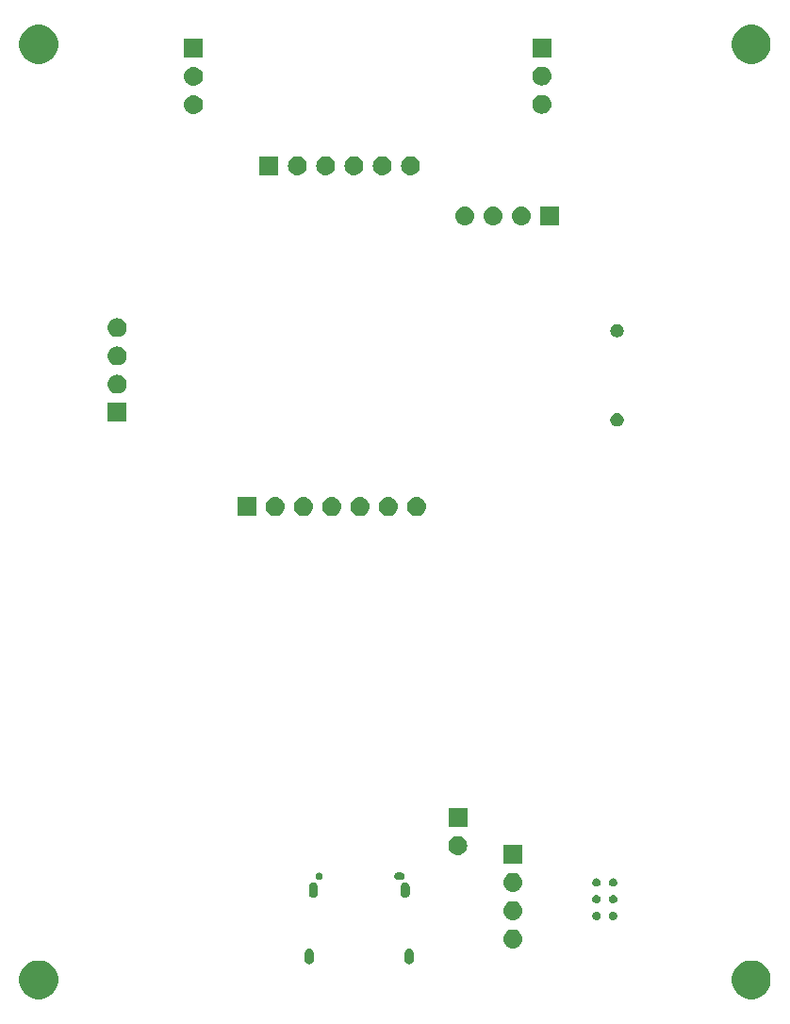
<source format=gbr>
G04 #@! TF.GenerationSoftware,KiCad,Pcbnew,(5.0.2)-1*
G04 #@! TF.CreationDate,2018-12-24T13:58:37+01:00*
G04 #@! TF.ProjectId,NeuralRobot,4e657572-616c-4526-9f62-6f742e6b6963,rev?*
G04 #@! TF.SameCoordinates,Original*
G04 #@! TF.FileFunction,Soldermask,Bot*
G04 #@! TF.FilePolarity,Negative*
%FSLAX46Y46*%
G04 Gerber Fmt 4.6, Leading zero omitted, Abs format (unit mm)*
G04 Created by KiCad (PCBNEW (5.0.2)-1) date 24. 12. 2018 13:58:37*
%MOMM*%
%LPD*%
G01*
G04 APERTURE LIST*
%ADD10C,0.050000*%
G04 APERTURE END LIST*
D10*
G36*
X208510473Y-152417193D02*
X208828963Y-152549116D01*
X209115601Y-152740641D01*
X209359359Y-152984399D01*
X209550884Y-153271037D01*
X209682807Y-153589527D01*
X209750060Y-153927633D01*
X209750060Y-154272367D01*
X209682807Y-154610473D01*
X209550884Y-154928963D01*
X209359359Y-155215601D01*
X209115601Y-155459359D01*
X208828963Y-155650884D01*
X208510473Y-155782807D01*
X208172367Y-155850060D01*
X207827633Y-155850060D01*
X207489527Y-155782807D01*
X207171037Y-155650884D01*
X206884399Y-155459359D01*
X206640641Y-155215601D01*
X206449116Y-154928963D01*
X206317193Y-154610473D01*
X206249940Y-154272367D01*
X206249940Y-153927633D01*
X206317193Y-153589527D01*
X206449116Y-153271037D01*
X206640641Y-152984399D01*
X206884399Y-152740641D01*
X207171037Y-152549116D01*
X207489527Y-152417193D01*
X207827633Y-152349940D01*
X208172367Y-152349940D01*
X208510473Y-152417193D01*
X208510473Y-152417193D01*
G37*
G36*
X144510473Y-152417193D02*
X144828963Y-152549116D01*
X145115601Y-152740641D01*
X145359359Y-152984399D01*
X145550884Y-153271037D01*
X145682807Y-153589527D01*
X145750060Y-153927633D01*
X145750060Y-154272367D01*
X145682807Y-154610473D01*
X145550884Y-154928963D01*
X145359359Y-155215601D01*
X145115601Y-155459359D01*
X144828963Y-155650884D01*
X144510473Y-155782807D01*
X144172367Y-155850060D01*
X143827633Y-155850060D01*
X143489527Y-155782807D01*
X143171037Y-155650884D01*
X142884399Y-155459359D01*
X142640641Y-155215601D01*
X142449116Y-154928963D01*
X142317193Y-154610473D01*
X142249940Y-154272367D01*
X142249940Y-153927633D01*
X142317193Y-153589527D01*
X142449116Y-153271037D01*
X142640641Y-152984399D01*
X142884399Y-152740641D01*
X143171037Y-152549116D01*
X143489527Y-152417193D01*
X143827633Y-152349940D01*
X144172367Y-152349940D01*
X144510473Y-152417193D01*
X144510473Y-152417193D01*
G37*
G36*
X177368413Y-151295788D02*
X177443813Y-151318660D01*
X177443816Y-151318662D01*
X177443817Y-151318662D01*
X177513304Y-151355803D01*
X177574211Y-151405789D01*
X177624197Y-151466697D01*
X177661340Y-151536186D01*
X177684212Y-151611586D01*
X177690000Y-151670353D01*
X177690000Y-152309647D01*
X177684212Y-152368414D01*
X177661340Y-152443814D01*
X177624197Y-152513303D01*
X177574211Y-152574211D01*
X177513303Y-152624197D01*
X177443814Y-152661340D01*
X177368414Y-152684212D01*
X177290000Y-152691935D01*
X177211587Y-152684212D01*
X177136187Y-152661340D01*
X177066698Y-152624197D01*
X177005790Y-152574211D01*
X176955804Y-152513303D01*
X176918661Y-152443814D01*
X176895789Y-152368414D01*
X176893969Y-152349940D01*
X176890000Y-152309645D01*
X176890000Y-151670354D01*
X176895788Y-151611589D01*
X176895788Y-151611587D01*
X176918660Y-151536187D01*
X176918662Y-151536183D01*
X176955803Y-151466696D01*
X177005789Y-151405789D01*
X177066695Y-151355805D01*
X177066697Y-151355803D01*
X177136186Y-151318660D01*
X177211586Y-151295788D01*
X177290000Y-151288065D01*
X177368413Y-151295788D01*
X177368413Y-151295788D01*
G37*
G36*
X168388413Y-151295788D02*
X168463813Y-151318660D01*
X168463816Y-151318662D01*
X168463817Y-151318662D01*
X168533304Y-151355803D01*
X168594211Y-151405789D01*
X168644197Y-151466697D01*
X168681340Y-151536186D01*
X168704212Y-151611586D01*
X168710000Y-151670353D01*
X168710000Y-152309647D01*
X168704212Y-152368414D01*
X168681340Y-152443814D01*
X168644197Y-152513303D01*
X168594211Y-152574211D01*
X168533303Y-152624197D01*
X168463814Y-152661340D01*
X168388414Y-152684212D01*
X168310000Y-152691935D01*
X168231587Y-152684212D01*
X168156187Y-152661340D01*
X168086698Y-152624197D01*
X168025790Y-152574211D01*
X167975804Y-152513303D01*
X167938661Y-152443814D01*
X167915789Y-152368414D01*
X167913969Y-152349940D01*
X167910000Y-152309645D01*
X167910000Y-151670354D01*
X167915788Y-151611589D01*
X167915788Y-151611587D01*
X167938660Y-151536187D01*
X167938662Y-151536183D01*
X167975803Y-151466696D01*
X168025789Y-151405789D01*
X168086695Y-151355805D01*
X168086697Y-151355803D01*
X168156186Y-151318660D01*
X168231586Y-151295788D01*
X168310000Y-151288065D01*
X168388413Y-151295788D01*
X168388413Y-151295788D01*
G37*
G36*
X186766630Y-149582299D02*
X186926855Y-149630903D01*
X187074520Y-149709831D01*
X187203949Y-149816051D01*
X187310169Y-149945480D01*
X187389097Y-150093145D01*
X187437701Y-150253370D01*
X187454112Y-150420000D01*
X187437701Y-150586630D01*
X187389097Y-150746855D01*
X187310169Y-150894520D01*
X187203949Y-151023949D01*
X187074520Y-151130169D01*
X186926855Y-151209097D01*
X186766630Y-151257701D01*
X186641752Y-151270000D01*
X186558248Y-151270000D01*
X186433370Y-151257701D01*
X186273145Y-151209097D01*
X186125480Y-151130169D01*
X185996051Y-151023949D01*
X185889831Y-150894520D01*
X185810903Y-150746855D01*
X185762299Y-150586630D01*
X185745888Y-150420000D01*
X185762299Y-150253370D01*
X185810903Y-150093145D01*
X185889831Y-149945480D01*
X185996051Y-149816051D01*
X186125480Y-149709831D01*
X186273145Y-149630903D01*
X186433370Y-149582299D01*
X186558248Y-149570000D01*
X186641752Y-149570000D01*
X186766630Y-149582299D01*
X186766630Y-149582299D01*
G37*
G36*
X186766630Y-147042299D02*
X186926855Y-147090903D01*
X187074520Y-147169831D01*
X187203949Y-147276051D01*
X187310169Y-147405480D01*
X187389097Y-147553145D01*
X187437701Y-147713370D01*
X187454112Y-147880000D01*
X187437701Y-148046630D01*
X187389097Y-148206855D01*
X187310169Y-148354520D01*
X187203949Y-148483949D01*
X187074520Y-148590169D01*
X186926855Y-148669097D01*
X186766630Y-148717701D01*
X186641752Y-148730000D01*
X186558248Y-148730000D01*
X186433370Y-148717701D01*
X186273145Y-148669097D01*
X186125480Y-148590169D01*
X185996051Y-148483949D01*
X185889831Y-148354520D01*
X185810903Y-148206855D01*
X185762299Y-148046630D01*
X185745888Y-147880000D01*
X185762299Y-147713370D01*
X185810903Y-147553145D01*
X185889831Y-147405480D01*
X185996051Y-147276051D01*
X186125480Y-147169831D01*
X186273145Y-147090903D01*
X186433370Y-147042299D01*
X186558248Y-147030000D01*
X186641752Y-147030000D01*
X186766630Y-147042299D01*
X186766630Y-147042299D01*
G37*
G36*
X194209384Y-147989411D02*
X194277629Y-148017679D01*
X194339049Y-148058719D01*
X194391281Y-148110951D01*
X194432321Y-148172371D01*
X194460589Y-148240616D01*
X194475000Y-148313065D01*
X194475000Y-148386935D01*
X194460589Y-148459384D01*
X194432321Y-148527629D01*
X194391281Y-148589049D01*
X194339049Y-148641281D01*
X194277629Y-148682321D01*
X194209384Y-148710589D01*
X194136935Y-148725000D01*
X194063065Y-148725000D01*
X193990616Y-148710589D01*
X193922371Y-148682321D01*
X193860951Y-148641281D01*
X193808719Y-148589049D01*
X193767679Y-148527629D01*
X193739411Y-148459384D01*
X193725000Y-148386935D01*
X193725000Y-148313065D01*
X193739411Y-148240616D01*
X193767679Y-148172371D01*
X193808719Y-148110951D01*
X193860951Y-148058719D01*
X193922371Y-148017679D01*
X193990616Y-147989411D01*
X194063065Y-147975000D01*
X194136935Y-147975000D01*
X194209384Y-147989411D01*
X194209384Y-147989411D01*
G37*
G36*
X195709384Y-147989411D02*
X195777629Y-148017679D01*
X195839049Y-148058719D01*
X195891281Y-148110951D01*
X195932321Y-148172371D01*
X195960589Y-148240616D01*
X195975000Y-148313065D01*
X195975000Y-148386935D01*
X195960589Y-148459384D01*
X195932321Y-148527629D01*
X195891281Y-148589049D01*
X195839049Y-148641281D01*
X195777629Y-148682321D01*
X195709384Y-148710589D01*
X195636935Y-148725000D01*
X195563065Y-148725000D01*
X195490616Y-148710589D01*
X195422371Y-148682321D01*
X195360951Y-148641281D01*
X195308719Y-148589049D01*
X195267679Y-148527629D01*
X195239411Y-148459384D01*
X195225000Y-148386935D01*
X195225000Y-148313065D01*
X195239411Y-148240616D01*
X195267679Y-148172371D01*
X195308719Y-148110951D01*
X195360951Y-148058719D01*
X195422371Y-148017679D01*
X195490616Y-147989411D01*
X195563065Y-147975000D01*
X195636935Y-147975000D01*
X195709384Y-147989411D01*
X195709384Y-147989411D01*
G37*
G36*
X194209384Y-146489411D02*
X194277629Y-146517679D01*
X194339049Y-146558719D01*
X194391281Y-146610951D01*
X194432321Y-146672371D01*
X194460589Y-146740616D01*
X194475000Y-146813065D01*
X194475000Y-146886935D01*
X194460589Y-146959384D01*
X194432321Y-147027629D01*
X194391281Y-147089049D01*
X194339049Y-147141281D01*
X194277629Y-147182321D01*
X194209384Y-147210589D01*
X194136935Y-147225000D01*
X194063065Y-147225000D01*
X193990616Y-147210589D01*
X193922371Y-147182321D01*
X193860951Y-147141281D01*
X193808719Y-147089049D01*
X193767679Y-147027629D01*
X193739411Y-146959384D01*
X193725000Y-146886935D01*
X193725000Y-146813065D01*
X193739411Y-146740616D01*
X193767679Y-146672371D01*
X193808719Y-146610951D01*
X193860951Y-146558719D01*
X193922371Y-146517679D01*
X193990616Y-146489411D01*
X194063065Y-146475000D01*
X194136935Y-146475000D01*
X194209384Y-146489411D01*
X194209384Y-146489411D01*
G37*
G36*
X195709384Y-146489411D02*
X195777629Y-146517679D01*
X195839049Y-146558719D01*
X195891281Y-146610951D01*
X195932321Y-146672371D01*
X195960589Y-146740616D01*
X195975000Y-146813065D01*
X195975000Y-146886935D01*
X195960589Y-146959384D01*
X195932321Y-147027629D01*
X195891281Y-147089049D01*
X195839049Y-147141281D01*
X195777629Y-147182321D01*
X195709384Y-147210589D01*
X195636935Y-147225000D01*
X195563065Y-147225000D01*
X195490616Y-147210589D01*
X195422371Y-147182321D01*
X195360951Y-147141281D01*
X195308719Y-147089049D01*
X195267679Y-147027629D01*
X195239411Y-146959384D01*
X195225000Y-146886935D01*
X195225000Y-146813065D01*
X195239411Y-146740616D01*
X195267679Y-146672371D01*
X195308719Y-146610951D01*
X195360951Y-146558719D01*
X195422371Y-146517679D01*
X195490616Y-146489411D01*
X195563065Y-146475000D01*
X195636935Y-146475000D01*
X195709384Y-146489411D01*
X195709384Y-146489411D01*
G37*
G36*
X168748413Y-145345788D02*
X168823813Y-145368660D01*
X168823816Y-145368662D01*
X168823817Y-145368662D01*
X168893304Y-145405803D01*
X168954211Y-145455789D01*
X169004197Y-145516697D01*
X169041340Y-145586186D01*
X169064212Y-145661586D01*
X169070000Y-145720353D01*
X169070000Y-146359647D01*
X169064212Y-146418414D01*
X169041340Y-146493814D01*
X169004197Y-146563303D01*
X168954211Y-146624211D01*
X168893303Y-146674197D01*
X168823814Y-146711340D01*
X168748414Y-146734212D01*
X168670000Y-146741935D01*
X168591587Y-146734212D01*
X168516187Y-146711340D01*
X168446698Y-146674197D01*
X168385790Y-146624211D01*
X168335804Y-146563303D01*
X168298661Y-146493814D01*
X168275789Y-146418414D01*
X168274649Y-146406836D01*
X168270000Y-146359645D01*
X168270000Y-145720354D01*
X168275788Y-145661589D01*
X168275788Y-145661587D01*
X168298660Y-145586187D01*
X168298662Y-145586183D01*
X168335803Y-145516696D01*
X168385789Y-145455789D01*
X168446695Y-145405805D01*
X168446697Y-145405803D01*
X168516186Y-145368660D01*
X168591586Y-145345788D01*
X168670000Y-145338065D01*
X168748413Y-145345788D01*
X168748413Y-145345788D01*
G37*
G36*
X177008413Y-145345788D02*
X177083813Y-145368660D01*
X177083816Y-145368662D01*
X177083817Y-145368662D01*
X177153304Y-145405803D01*
X177214211Y-145455789D01*
X177264197Y-145516697D01*
X177301340Y-145586186D01*
X177324212Y-145661586D01*
X177330000Y-145720353D01*
X177330000Y-146359647D01*
X177324212Y-146418414D01*
X177301340Y-146493814D01*
X177264197Y-146563303D01*
X177214211Y-146624211D01*
X177153303Y-146674197D01*
X177083814Y-146711340D01*
X177008414Y-146734212D01*
X176930000Y-146741935D01*
X176851587Y-146734212D01*
X176776187Y-146711340D01*
X176706698Y-146674197D01*
X176645790Y-146624211D01*
X176595804Y-146563303D01*
X176558661Y-146493814D01*
X176535789Y-146418414D01*
X176534649Y-146406836D01*
X176530000Y-146359645D01*
X176530000Y-145720354D01*
X176535788Y-145661589D01*
X176535788Y-145661587D01*
X176558660Y-145586187D01*
X176558662Y-145586183D01*
X176595803Y-145516696D01*
X176645789Y-145455789D01*
X176706695Y-145405805D01*
X176706697Y-145405803D01*
X176776186Y-145368660D01*
X176851586Y-145345788D01*
X176930000Y-145338065D01*
X177008413Y-145345788D01*
X177008413Y-145345788D01*
G37*
G36*
X186766630Y-144502299D02*
X186926855Y-144550903D01*
X187074520Y-144629831D01*
X187203949Y-144736051D01*
X187310169Y-144865480D01*
X187389097Y-145013145D01*
X187437701Y-145173370D01*
X187454112Y-145340000D01*
X187437701Y-145506630D01*
X187389097Y-145666855D01*
X187310169Y-145814520D01*
X187203949Y-145943949D01*
X187074520Y-146050169D01*
X186926855Y-146129097D01*
X186766630Y-146177701D01*
X186641752Y-146190000D01*
X186558248Y-146190000D01*
X186433370Y-146177701D01*
X186273145Y-146129097D01*
X186125480Y-146050169D01*
X185996051Y-145943949D01*
X185889831Y-145814520D01*
X185810903Y-145666855D01*
X185762299Y-145506630D01*
X185745888Y-145340000D01*
X185762299Y-145173370D01*
X185810903Y-145013145D01*
X185889831Y-144865480D01*
X185996051Y-144736051D01*
X186125480Y-144629831D01*
X186273145Y-144550903D01*
X186433370Y-144502299D01*
X186558248Y-144490000D01*
X186641752Y-144490000D01*
X186766630Y-144502299D01*
X186766630Y-144502299D01*
G37*
G36*
X194209384Y-144989411D02*
X194277629Y-145017679D01*
X194339049Y-145058719D01*
X194391281Y-145110951D01*
X194432321Y-145172371D01*
X194460589Y-145240616D01*
X194475000Y-145313065D01*
X194475000Y-145386935D01*
X194460589Y-145459384D01*
X194432321Y-145527629D01*
X194391281Y-145589049D01*
X194339049Y-145641281D01*
X194277629Y-145682321D01*
X194209384Y-145710589D01*
X194136935Y-145725000D01*
X194063065Y-145725000D01*
X193990616Y-145710589D01*
X193922371Y-145682321D01*
X193860951Y-145641281D01*
X193808719Y-145589049D01*
X193767679Y-145527629D01*
X193739411Y-145459384D01*
X193725000Y-145386935D01*
X193725000Y-145313065D01*
X193739411Y-145240616D01*
X193767679Y-145172371D01*
X193808719Y-145110951D01*
X193860951Y-145058719D01*
X193922371Y-145017679D01*
X193990616Y-144989411D01*
X194063065Y-144975000D01*
X194136935Y-144975000D01*
X194209384Y-144989411D01*
X194209384Y-144989411D01*
G37*
G36*
X195709384Y-144989411D02*
X195777629Y-145017679D01*
X195839049Y-145058719D01*
X195891281Y-145110951D01*
X195932321Y-145172371D01*
X195960589Y-145240616D01*
X195975000Y-145313065D01*
X195975000Y-145386935D01*
X195960589Y-145459384D01*
X195932321Y-145527629D01*
X195891281Y-145589049D01*
X195839049Y-145641281D01*
X195777629Y-145682321D01*
X195709384Y-145710589D01*
X195636935Y-145725000D01*
X195563065Y-145725000D01*
X195490616Y-145710589D01*
X195422371Y-145682321D01*
X195360951Y-145641281D01*
X195308719Y-145589049D01*
X195267679Y-145527629D01*
X195239411Y-145459384D01*
X195225000Y-145386935D01*
X195225000Y-145313065D01*
X195239411Y-145240616D01*
X195267679Y-145172371D01*
X195308719Y-145110951D01*
X195360951Y-145058719D01*
X195422371Y-145017679D01*
X195490616Y-144989411D01*
X195563065Y-144975000D01*
X195636935Y-144975000D01*
X195709384Y-144989411D01*
X195709384Y-144989411D01*
G37*
G36*
X176613712Y-144469702D02*
X176674972Y-144488285D01*
X176701191Y-144502300D01*
X176731434Y-144518465D01*
X176780921Y-144559079D01*
X176800409Y-144582824D01*
X176821534Y-144608565D01*
X176851715Y-144665028D01*
X176870298Y-144726288D01*
X176876572Y-144790000D01*
X176870298Y-144853712D01*
X176851715Y-144914972D01*
X176836230Y-144943941D01*
X176821535Y-144971434D01*
X176780921Y-145020921D01*
X176731434Y-145061535D01*
X176712614Y-145071594D01*
X176674972Y-145091715D01*
X176613712Y-145110298D01*
X176565965Y-145115000D01*
X176234035Y-145115000D01*
X176186288Y-145110298D01*
X176125028Y-145091715D01*
X176087386Y-145071594D01*
X176068566Y-145061535D01*
X176019079Y-145020921D01*
X175978465Y-144971434D01*
X175963770Y-144943941D01*
X175948285Y-144914972D01*
X175929702Y-144853712D01*
X175923428Y-144790000D01*
X175929702Y-144726288D01*
X175948285Y-144665028D01*
X175978466Y-144608565D01*
X175999592Y-144582824D01*
X176019079Y-144559079D01*
X176068566Y-144518465D01*
X176098809Y-144502300D01*
X176125028Y-144488285D01*
X176186288Y-144469702D01*
X176234035Y-144465000D01*
X176565965Y-144465000D01*
X176613712Y-144469702D01*
X176613712Y-144469702D01*
G37*
G36*
X169294799Y-144477489D02*
X169340543Y-144496437D01*
X169353941Y-144501986D01*
X169353942Y-144501987D01*
X169353945Y-144501988D01*
X169407176Y-144537556D01*
X169452444Y-144582824D01*
X169488012Y-144636055D01*
X169512511Y-144695201D01*
X169525000Y-144757990D01*
X169525000Y-144822010D01*
X169512511Y-144884799D01*
X169488012Y-144943945D01*
X169452444Y-144997176D01*
X169407176Y-145042444D01*
X169353945Y-145078012D01*
X169353942Y-145078013D01*
X169353941Y-145078014D01*
X169340543Y-145083563D01*
X169294799Y-145102511D01*
X169232010Y-145115000D01*
X169167990Y-145115000D01*
X169105201Y-145102511D01*
X169059457Y-145083563D01*
X169046059Y-145078014D01*
X169046058Y-145078013D01*
X169046055Y-145078012D01*
X168992824Y-145042444D01*
X168947556Y-144997176D01*
X168911988Y-144943945D01*
X168887489Y-144884799D01*
X168875000Y-144822010D01*
X168875000Y-144757990D01*
X168887489Y-144695201D01*
X168911988Y-144636055D01*
X168947556Y-144582824D01*
X168992824Y-144537556D01*
X169046055Y-144501988D01*
X169046058Y-144501987D01*
X169046059Y-144501986D01*
X169059457Y-144496437D01*
X169105201Y-144477489D01*
X169167990Y-144465000D01*
X169232010Y-144465000D01*
X169294799Y-144477489D01*
X169294799Y-144477489D01*
G37*
G36*
X187450000Y-143650000D02*
X185750000Y-143650000D01*
X185750000Y-141950000D01*
X187450000Y-141950000D01*
X187450000Y-143650000D01*
X187450000Y-143650000D01*
G37*
G36*
X181816630Y-141202299D02*
X181976855Y-141250903D01*
X182124520Y-141329831D01*
X182253949Y-141436051D01*
X182360169Y-141565480D01*
X182439097Y-141713145D01*
X182487701Y-141873370D01*
X182504112Y-142040000D01*
X182487701Y-142206630D01*
X182439097Y-142366855D01*
X182360169Y-142514520D01*
X182253949Y-142643949D01*
X182124520Y-142750169D01*
X181976855Y-142829097D01*
X181816630Y-142877701D01*
X181691752Y-142890000D01*
X181608248Y-142890000D01*
X181483370Y-142877701D01*
X181323145Y-142829097D01*
X181175480Y-142750169D01*
X181046051Y-142643949D01*
X180939831Y-142514520D01*
X180860903Y-142366855D01*
X180812299Y-142206630D01*
X180795888Y-142040000D01*
X180812299Y-141873370D01*
X180860903Y-141713145D01*
X180939831Y-141565480D01*
X181046051Y-141436051D01*
X181175480Y-141329831D01*
X181323145Y-141250903D01*
X181483370Y-141202299D01*
X181608248Y-141190000D01*
X181691752Y-141190000D01*
X181816630Y-141202299D01*
X181816630Y-141202299D01*
G37*
G36*
X182500000Y-140350000D02*
X180800000Y-140350000D01*
X180800000Y-138650000D01*
X182500000Y-138650000D01*
X182500000Y-140350000D01*
X182500000Y-140350000D01*
G37*
G36*
X165406630Y-110762299D02*
X165566855Y-110810903D01*
X165714520Y-110889831D01*
X165843949Y-110996051D01*
X165950169Y-111125480D01*
X166029097Y-111273145D01*
X166077701Y-111433370D01*
X166094112Y-111600000D01*
X166077701Y-111766630D01*
X166029097Y-111926855D01*
X165950169Y-112074520D01*
X165843949Y-112203949D01*
X165714520Y-112310169D01*
X165566855Y-112389097D01*
X165406630Y-112437701D01*
X165281752Y-112450000D01*
X165198248Y-112450000D01*
X165073370Y-112437701D01*
X164913145Y-112389097D01*
X164765480Y-112310169D01*
X164636051Y-112203949D01*
X164529831Y-112074520D01*
X164450903Y-111926855D01*
X164402299Y-111766630D01*
X164385888Y-111600000D01*
X164402299Y-111433370D01*
X164450903Y-111273145D01*
X164529831Y-111125480D01*
X164636051Y-110996051D01*
X164765480Y-110889831D01*
X164913145Y-110810903D01*
X165073370Y-110762299D01*
X165198248Y-110750000D01*
X165281752Y-110750000D01*
X165406630Y-110762299D01*
X165406630Y-110762299D01*
G37*
G36*
X163550000Y-112450000D02*
X161850000Y-112450000D01*
X161850000Y-110750000D01*
X163550000Y-110750000D01*
X163550000Y-112450000D01*
X163550000Y-112450000D01*
G37*
G36*
X170486630Y-110762299D02*
X170646855Y-110810903D01*
X170794520Y-110889831D01*
X170923949Y-110996051D01*
X171030169Y-111125480D01*
X171109097Y-111273145D01*
X171157701Y-111433370D01*
X171174112Y-111600000D01*
X171157701Y-111766630D01*
X171109097Y-111926855D01*
X171030169Y-112074520D01*
X170923949Y-112203949D01*
X170794520Y-112310169D01*
X170646855Y-112389097D01*
X170486630Y-112437701D01*
X170361752Y-112450000D01*
X170278248Y-112450000D01*
X170153370Y-112437701D01*
X169993145Y-112389097D01*
X169845480Y-112310169D01*
X169716051Y-112203949D01*
X169609831Y-112074520D01*
X169530903Y-111926855D01*
X169482299Y-111766630D01*
X169465888Y-111600000D01*
X169482299Y-111433370D01*
X169530903Y-111273145D01*
X169609831Y-111125480D01*
X169716051Y-110996051D01*
X169845480Y-110889831D01*
X169993145Y-110810903D01*
X170153370Y-110762299D01*
X170278248Y-110750000D01*
X170361752Y-110750000D01*
X170486630Y-110762299D01*
X170486630Y-110762299D01*
G37*
G36*
X167946630Y-110762299D02*
X168106855Y-110810903D01*
X168254520Y-110889831D01*
X168383949Y-110996051D01*
X168490169Y-111125480D01*
X168569097Y-111273145D01*
X168617701Y-111433370D01*
X168634112Y-111600000D01*
X168617701Y-111766630D01*
X168569097Y-111926855D01*
X168490169Y-112074520D01*
X168383949Y-112203949D01*
X168254520Y-112310169D01*
X168106855Y-112389097D01*
X167946630Y-112437701D01*
X167821752Y-112450000D01*
X167738248Y-112450000D01*
X167613370Y-112437701D01*
X167453145Y-112389097D01*
X167305480Y-112310169D01*
X167176051Y-112203949D01*
X167069831Y-112074520D01*
X166990903Y-111926855D01*
X166942299Y-111766630D01*
X166925888Y-111600000D01*
X166942299Y-111433370D01*
X166990903Y-111273145D01*
X167069831Y-111125480D01*
X167176051Y-110996051D01*
X167305480Y-110889831D01*
X167453145Y-110810903D01*
X167613370Y-110762299D01*
X167738248Y-110750000D01*
X167821752Y-110750000D01*
X167946630Y-110762299D01*
X167946630Y-110762299D01*
G37*
G36*
X175566630Y-110762299D02*
X175726855Y-110810903D01*
X175874520Y-110889831D01*
X176003949Y-110996051D01*
X176110169Y-111125480D01*
X176189097Y-111273145D01*
X176237701Y-111433370D01*
X176254112Y-111600000D01*
X176237701Y-111766630D01*
X176189097Y-111926855D01*
X176110169Y-112074520D01*
X176003949Y-112203949D01*
X175874520Y-112310169D01*
X175726855Y-112389097D01*
X175566630Y-112437701D01*
X175441752Y-112450000D01*
X175358248Y-112450000D01*
X175233370Y-112437701D01*
X175073145Y-112389097D01*
X174925480Y-112310169D01*
X174796051Y-112203949D01*
X174689831Y-112074520D01*
X174610903Y-111926855D01*
X174562299Y-111766630D01*
X174545888Y-111600000D01*
X174562299Y-111433370D01*
X174610903Y-111273145D01*
X174689831Y-111125480D01*
X174796051Y-110996051D01*
X174925480Y-110889831D01*
X175073145Y-110810903D01*
X175233370Y-110762299D01*
X175358248Y-110750000D01*
X175441752Y-110750000D01*
X175566630Y-110762299D01*
X175566630Y-110762299D01*
G37*
G36*
X178106630Y-110762299D02*
X178266855Y-110810903D01*
X178414520Y-110889831D01*
X178543949Y-110996051D01*
X178650169Y-111125480D01*
X178729097Y-111273145D01*
X178777701Y-111433370D01*
X178794112Y-111600000D01*
X178777701Y-111766630D01*
X178729097Y-111926855D01*
X178650169Y-112074520D01*
X178543949Y-112203949D01*
X178414520Y-112310169D01*
X178266855Y-112389097D01*
X178106630Y-112437701D01*
X177981752Y-112450000D01*
X177898248Y-112450000D01*
X177773370Y-112437701D01*
X177613145Y-112389097D01*
X177465480Y-112310169D01*
X177336051Y-112203949D01*
X177229831Y-112074520D01*
X177150903Y-111926855D01*
X177102299Y-111766630D01*
X177085888Y-111600000D01*
X177102299Y-111433370D01*
X177150903Y-111273145D01*
X177229831Y-111125480D01*
X177336051Y-110996051D01*
X177465480Y-110889831D01*
X177613145Y-110810903D01*
X177773370Y-110762299D01*
X177898248Y-110750000D01*
X177981752Y-110750000D01*
X178106630Y-110762299D01*
X178106630Y-110762299D01*
G37*
G36*
X173026630Y-110762299D02*
X173186855Y-110810903D01*
X173334520Y-110889831D01*
X173463949Y-110996051D01*
X173570169Y-111125480D01*
X173649097Y-111273145D01*
X173697701Y-111433370D01*
X173714112Y-111600000D01*
X173697701Y-111766630D01*
X173649097Y-111926855D01*
X173570169Y-112074520D01*
X173463949Y-112203949D01*
X173334520Y-112310169D01*
X173186855Y-112389097D01*
X173026630Y-112437701D01*
X172901752Y-112450000D01*
X172818248Y-112450000D01*
X172693370Y-112437701D01*
X172533145Y-112389097D01*
X172385480Y-112310169D01*
X172256051Y-112203949D01*
X172149831Y-112074520D01*
X172070903Y-111926855D01*
X172022299Y-111766630D01*
X172005888Y-111600000D01*
X172022299Y-111433370D01*
X172070903Y-111273145D01*
X172149831Y-111125480D01*
X172256051Y-110996051D01*
X172385480Y-110889831D01*
X172533145Y-110810903D01*
X172693370Y-110762299D01*
X172818248Y-110750000D01*
X172901752Y-110750000D01*
X173026630Y-110762299D01*
X173026630Y-110762299D01*
G37*
G36*
X196125012Y-103223057D02*
X196234207Y-103268287D01*
X196332481Y-103333952D01*
X196416048Y-103417519D01*
X196481713Y-103515793D01*
X196526943Y-103624988D01*
X196550000Y-103740904D01*
X196550000Y-103859096D01*
X196526943Y-103975012D01*
X196481713Y-104084207D01*
X196416048Y-104182481D01*
X196332481Y-104266048D01*
X196234207Y-104331713D01*
X196125012Y-104376943D01*
X196009096Y-104400000D01*
X195890904Y-104400000D01*
X195774988Y-104376943D01*
X195665793Y-104331713D01*
X195567519Y-104266048D01*
X195483952Y-104182481D01*
X195418287Y-104084207D01*
X195373057Y-103975012D01*
X195350000Y-103859096D01*
X195350000Y-103740904D01*
X195373057Y-103624988D01*
X195418287Y-103515793D01*
X195483952Y-103417519D01*
X195567519Y-103333952D01*
X195665793Y-103268287D01*
X195774988Y-103223057D01*
X195890904Y-103200000D01*
X196009096Y-103200000D01*
X196125012Y-103223057D01*
X196125012Y-103223057D01*
G37*
G36*
X151900000Y-104000000D02*
X150200000Y-104000000D01*
X150200000Y-102300000D01*
X151900000Y-102300000D01*
X151900000Y-104000000D01*
X151900000Y-104000000D01*
G37*
G36*
X151216630Y-99772299D02*
X151376855Y-99820903D01*
X151524520Y-99899831D01*
X151653949Y-100006051D01*
X151760169Y-100135480D01*
X151839097Y-100283145D01*
X151887701Y-100443370D01*
X151904112Y-100610000D01*
X151887701Y-100776630D01*
X151839097Y-100936855D01*
X151760169Y-101084520D01*
X151653949Y-101213949D01*
X151524520Y-101320169D01*
X151376855Y-101399097D01*
X151216630Y-101447701D01*
X151091752Y-101460000D01*
X151008248Y-101460000D01*
X150883370Y-101447701D01*
X150723145Y-101399097D01*
X150575480Y-101320169D01*
X150446051Y-101213949D01*
X150339831Y-101084520D01*
X150260903Y-100936855D01*
X150212299Y-100776630D01*
X150195888Y-100610000D01*
X150212299Y-100443370D01*
X150260903Y-100283145D01*
X150339831Y-100135480D01*
X150446051Y-100006051D01*
X150575480Y-99899831D01*
X150723145Y-99820903D01*
X150883370Y-99772299D01*
X151008248Y-99760000D01*
X151091752Y-99760000D01*
X151216630Y-99772299D01*
X151216630Y-99772299D01*
G37*
G36*
X151216630Y-97232299D02*
X151376855Y-97280903D01*
X151524520Y-97359831D01*
X151653949Y-97466051D01*
X151760169Y-97595480D01*
X151839097Y-97743145D01*
X151887701Y-97903370D01*
X151904112Y-98070000D01*
X151887701Y-98236630D01*
X151839097Y-98396855D01*
X151760169Y-98544520D01*
X151653949Y-98673949D01*
X151524520Y-98780169D01*
X151376855Y-98859097D01*
X151216630Y-98907701D01*
X151091752Y-98920000D01*
X151008248Y-98920000D01*
X150883370Y-98907701D01*
X150723145Y-98859097D01*
X150575480Y-98780169D01*
X150446051Y-98673949D01*
X150339831Y-98544520D01*
X150260903Y-98396855D01*
X150212299Y-98236630D01*
X150195888Y-98070000D01*
X150212299Y-97903370D01*
X150260903Y-97743145D01*
X150339831Y-97595480D01*
X150446051Y-97466051D01*
X150575480Y-97359831D01*
X150723145Y-97280903D01*
X150883370Y-97232299D01*
X151008248Y-97220000D01*
X151091752Y-97220000D01*
X151216630Y-97232299D01*
X151216630Y-97232299D01*
G37*
G36*
X196125012Y-95223057D02*
X196234207Y-95268287D01*
X196332481Y-95333952D01*
X196416048Y-95417519D01*
X196481713Y-95515793D01*
X196526943Y-95624988D01*
X196550000Y-95740904D01*
X196550000Y-95859096D01*
X196526943Y-95975012D01*
X196481713Y-96084207D01*
X196416048Y-96182481D01*
X196332481Y-96266048D01*
X196234207Y-96331713D01*
X196125012Y-96376943D01*
X196009096Y-96400000D01*
X195890904Y-96400000D01*
X195774988Y-96376943D01*
X195665793Y-96331713D01*
X195567519Y-96266048D01*
X195483952Y-96182481D01*
X195418287Y-96084207D01*
X195373057Y-95975012D01*
X195350000Y-95859096D01*
X195350000Y-95740904D01*
X195373057Y-95624988D01*
X195418287Y-95515793D01*
X195483952Y-95417519D01*
X195567519Y-95333952D01*
X195665793Y-95268287D01*
X195774988Y-95223057D01*
X195890904Y-95200000D01*
X196009096Y-95200000D01*
X196125012Y-95223057D01*
X196125012Y-95223057D01*
G37*
G36*
X151216630Y-94692299D02*
X151376855Y-94740903D01*
X151524520Y-94819831D01*
X151653949Y-94926051D01*
X151760169Y-95055480D01*
X151839097Y-95203145D01*
X151887701Y-95363370D01*
X151904112Y-95530000D01*
X151887701Y-95696630D01*
X151839097Y-95856855D01*
X151760169Y-96004520D01*
X151653949Y-96133949D01*
X151524520Y-96240169D01*
X151376855Y-96319097D01*
X151216630Y-96367701D01*
X151091752Y-96380000D01*
X151008248Y-96380000D01*
X150883370Y-96367701D01*
X150723145Y-96319097D01*
X150575480Y-96240169D01*
X150446051Y-96133949D01*
X150339831Y-96004520D01*
X150260903Y-95856855D01*
X150212299Y-95696630D01*
X150195888Y-95530000D01*
X150212299Y-95363370D01*
X150260903Y-95203145D01*
X150339831Y-95055480D01*
X150446051Y-94926051D01*
X150575480Y-94819831D01*
X150723145Y-94740903D01*
X150883370Y-94692299D01*
X151008248Y-94680000D01*
X151091752Y-94680000D01*
X151216630Y-94692299D01*
X151216630Y-94692299D01*
G37*
G36*
X187526630Y-84662299D02*
X187686855Y-84710903D01*
X187834520Y-84789831D01*
X187963949Y-84896051D01*
X188070169Y-85025480D01*
X188149097Y-85173145D01*
X188197701Y-85333370D01*
X188214112Y-85500000D01*
X188197701Y-85666630D01*
X188149097Y-85826855D01*
X188070169Y-85974520D01*
X187963949Y-86103949D01*
X187834520Y-86210169D01*
X187686855Y-86289097D01*
X187526630Y-86337701D01*
X187401752Y-86350000D01*
X187318248Y-86350000D01*
X187193370Y-86337701D01*
X187033145Y-86289097D01*
X186885480Y-86210169D01*
X186756051Y-86103949D01*
X186649831Y-85974520D01*
X186570903Y-85826855D01*
X186522299Y-85666630D01*
X186505888Y-85500000D01*
X186522299Y-85333370D01*
X186570903Y-85173145D01*
X186649831Y-85025480D01*
X186756051Y-84896051D01*
X186885480Y-84789831D01*
X187033145Y-84710903D01*
X187193370Y-84662299D01*
X187318248Y-84650000D01*
X187401752Y-84650000D01*
X187526630Y-84662299D01*
X187526630Y-84662299D01*
G37*
G36*
X190750000Y-86350000D02*
X189050000Y-86350000D01*
X189050000Y-84650000D01*
X190750000Y-84650000D01*
X190750000Y-86350000D01*
X190750000Y-86350000D01*
G37*
G36*
X182446630Y-84662299D02*
X182606855Y-84710903D01*
X182754520Y-84789831D01*
X182883949Y-84896051D01*
X182990169Y-85025480D01*
X183069097Y-85173145D01*
X183117701Y-85333370D01*
X183134112Y-85500000D01*
X183117701Y-85666630D01*
X183069097Y-85826855D01*
X182990169Y-85974520D01*
X182883949Y-86103949D01*
X182754520Y-86210169D01*
X182606855Y-86289097D01*
X182446630Y-86337701D01*
X182321752Y-86350000D01*
X182238248Y-86350000D01*
X182113370Y-86337701D01*
X181953145Y-86289097D01*
X181805480Y-86210169D01*
X181676051Y-86103949D01*
X181569831Y-85974520D01*
X181490903Y-85826855D01*
X181442299Y-85666630D01*
X181425888Y-85500000D01*
X181442299Y-85333370D01*
X181490903Y-85173145D01*
X181569831Y-85025480D01*
X181676051Y-84896051D01*
X181805480Y-84789831D01*
X181953145Y-84710903D01*
X182113370Y-84662299D01*
X182238248Y-84650000D01*
X182321752Y-84650000D01*
X182446630Y-84662299D01*
X182446630Y-84662299D01*
G37*
G36*
X184986630Y-84662299D02*
X185146855Y-84710903D01*
X185294520Y-84789831D01*
X185423949Y-84896051D01*
X185530169Y-85025480D01*
X185609097Y-85173145D01*
X185657701Y-85333370D01*
X185674112Y-85500000D01*
X185657701Y-85666630D01*
X185609097Y-85826855D01*
X185530169Y-85974520D01*
X185423949Y-86103949D01*
X185294520Y-86210169D01*
X185146855Y-86289097D01*
X184986630Y-86337701D01*
X184861752Y-86350000D01*
X184778248Y-86350000D01*
X184653370Y-86337701D01*
X184493145Y-86289097D01*
X184345480Y-86210169D01*
X184216051Y-86103949D01*
X184109831Y-85974520D01*
X184030903Y-85826855D01*
X183982299Y-85666630D01*
X183965888Y-85500000D01*
X183982299Y-85333370D01*
X184030903Y-85173145D01*
X184109831Y-85025480D01*
X184216051Y-84896051D01*
X184345480Y-84789831D01*
X184493145Y-84710903D01*
X184653370Y-84662299D01*
X184778248Y-84650000D01*
X184861752Y-84650000D01*
X184986630Y-84662299D01*
X184986630Y-84662299D01*
G37*
G36*
X177566630Y-80162299D02*
X177726855Y-80210903D01*
X177874520Y-80289831D01*
X178003949Y-80396051D01*
X178110169Y-80525480D01*
X178189097Y-80673145D01*
X178237701Y-80833370D01*
X178254112Y-81000000D01*
X178237701Y-81166630D01*
X178189097Y-81326855D01*
X178110169Y-81474520D01*
X178003949Y-81603949D01*
X177874520Y-81710169D01*
X177726855Y-81789097D01*
X177566630Y-81837701D01*
X177441752Y-81850000D01*
X177358248Y-81850000D01*
X177233370Y-81837701D01*
X177073145Y-81789097D01*
X176925480Y-81710169D01*
X176796051Y-81603949D01*
X176689831Y-81474520D01*
X176610903Y-81326855D01*
X176562299Y-81166630D01*
X176545888Y-81000000D01*
X176562299Y-80833370D01*
X176610903Y-80673145D01*
X176689831Y-80525480D01*
X176796051Y-80396051D01*
X176925480Y-80289831D01*
X177073145Y-80210903D01*
X177233370Y-80162299D01*
X177358248Y-80150000D01*
X177441752Y-80150000D01*
X177566630Y-80162299D01*
X177566630Y-80162299D01*
G37*
G36*
X165550000Y-81850000D02*
X163850000Y-81850000D01*
X163850000Y-80150000D01*
X165550000Y-80150000D01*
X165550000Y-81850000D01*
X165550000Y-81850000D01*
G37*
G36*
X167406630Y-80162299D02*
X167566855Y-80210903D01*
X167714520Y-80289831D01*
X167843949Y-80396051D01*
X167950169Y-80525480D01*
X168029097Y-80673145D01*
X168077701Y-80833370D01*
X168094112Y-81000000D01*
X168077701Y-81166630D01*
X168029097Y-81326855D01*
X167950169Y-81474520D01*
X167843949Y-81603949D01*
X167714520Y-81710169D01*
X167566855Y-81789097D01*
X167406630Y-81837701D01*
X167281752Y-81850000D01*
X167198248Y-81850000D01*
X167073370Y-81837701D01*
X166913145Y-81789097D01*
X166765480Y-81710169D01*
X166636051Y-81603949D01*
X166529831Y-81474520D01*
X166450903Y-81326855D01*
X166402299Y-81166630D01*
X166385888Y-81000000D01*
X166402299Y-80833370D01*
X166450903Y-80673145D01*
X166529831Y-80525480D01*
X166636051Y-80396051D01*
X166765480Y-80289831D01*
X166913145Y-80210903D01*
X167073370Y-80162299D01*
X167198248Y-80150000D01*
X167281752Y-80150000D01*
X167406630Y-80162299D01*
X167406630Y-80162299D01*
G37*
G36*
X169946630Y-80162299D02*
X170106855Y-80210903D01*
X170254520Y-80289831D01*
X170383949Y-80396051D01*
X170490169Y-80525480D01*
X170569097Y-80673145D01*
X170617701Y-80833370D01*
X170634112Y-81000000D01*
X170617701Y-81166630D01*
X170569097Y-81326855D01*
X170490169Y-81474520D01*
X170383949Y-81603949D01*
X170254520Y-81710169D01*
X170106855Y-81789097D01*
X169946630Y-81837701D01*
X169821752Y-81850000D01*
X169738248Y-81850000D01*
X169613370Y-81837701D01*
X169453145Y-81789097D01*
X169305480Y-81710169D01*
X169176051Y-81603949D01*
X169069831Y-81474520D01*
X168990903Y-81326855D01*
X168942299Y-81166630D01*
X168925888Y-81000000D01*
X168942299Y-80833370D01*
X168990903Y-80673145D01*
X169069831Y-80525480D01*
X169176051Y-80396051D01*
X169305480Y-80289831D01*
X169453145Y-80210903D01*
X169613370Y-80162299D01*
X169738248Y-80150000D01*
X169821752Y-80150000D01*
X169946630Y-80162299D01*
X169946630Y-80162299D01*
G37*
G36*
X172486630Y-80162299D02*
X172646855Y-80210903D01*
X172794520Y-80289831D01*
X172923949Y-80396051D01*
X173030169Y-80525480D01*
X173109097Y-80673145D01*
X173157701Y-80833370D01*
X173174112Y-81000000D01*
X173157701Y-81166630D01*
X173109097Y-81326855D01*
X173030169Y-81474520D01*
X172923949Y-81603949D01*
X172794520Y-81710169D01*
X172646855Y-81789097D01*
X172486630Y-81837701D01*
X172361752Y-81850000D01*
X172278248Y-81850000D01*
X172153370Y-81837701D01*
X171993145Y-81789097D01*
X171845480Y-81710169D01*
X171716051Y-81603949D01*
X171609831Y-81474520D01*
X171530903Y-81326855D01*
X171482299Y-81166630D01*
X171465888Y-81000000D01*
X171482299Y-80833370D01*
X171530903Y-80673145D01*
X171609831Y-80525480D01*
X171716051Y-80396051D01*
X171845480Y-80289831D01*
X171993145Y-80210903D01*
X172153370Y-80162299D01*
X172278248Y-80150000D01*
X172361752Y-80150000D01*
X172486630Y-80162299D01*
X172486630Y-80162299D01*
G37*
G36*
X175026630Y-80162299D02*
X175186855Y-80210903D01*
X175334520Y-80289831D01*
X175463949Y-80396051D01*
X175570169Y-80525480D01*
X175649097Y-80673145D01*
X175697701Y-80833370D01*
X175714112Y-81000000D01*
X175697701Y-81166630D01*
X175649097Y-81326855D01*
X175570169Y-81474520D01*
X175463949Y-81603949D01*
X175334520Y-81710169D01*
X175186855Y-81789097D01*
X175026630Y-81837701D01*
X174901752Y-81850000D01*
X174818248Y-81850000D01*
X174693370Y-81837701D01*
X174533145Y-81789097D01*
X174385480Y-81710169D01*
X174256051Y-81603949D01*
X174149831Y-81474520D01*
X174070903Y-81326855D01*
X174022299Y-81166630D01*
X174005888Y-81000000D01*
X174022299Y-80833370D01*
X174070903Y-80673145D01*
X174149831Y-80525480D01*
X174256051Y-80396051D01*
X174385480Y-80289831D01*
X174533145Y-80210903D01*
X174693370Y-80162299D01*
X174818248Y-80150000D01*
X174901752Y-80150000D01*
X175026630Y-80162299D01*
X175026630Y-80162299D01*
G37*
G36*
X158087252Y-74682096D02*
X158247477Y-74730700D01*
X158395142Y-74809628D01*
X158524571Y-74915848D01*
X158630791Y-75045277D01*
X158709719Y-75192942D01*
X158758323Y-75353167D01*
X158774734Y-75519797D01*
X158758323Y-75686427D01*
X158709719Y-75846652D01*
X158630791Y-75994317D01*
X158524571Y-76123746D01*
X158395142Y-76229966D01*
X158247477Y-76308894D01*
X158087252Y-76357498D01*
X157962374Y-76369797D01*
X157878870Y-76369797D01*
X157753992Y-76357498D01*
X157593767Y-76308894D01*
X157446102Y-76229966D01*
X157316673Y-76123746D01*
X157210453Y-75994317D01*
X157131525Y-75846652D01*
X157082921Y-75686427D01*
X157066510Y-75519797D01*
X157082921Y-75353167D01*
X157131525Y-75192942D01*
X157210453Y-75045277D01*
X157316673Y-74915848D01*
X157446102Y-74809628D01*
X157593767Y-74730700D01*
X157753992Y-74682096D01*
X157878870Y-74669797D01*
X157962374Y-74669797D01*
X158087252Y-74682096D01*
X158087252Y-74682096D01*
G37*
G36*
X189366630Y-74642299D02*
X189526855Y-74690903D01*
X189674520Y-74769831D01*
X189803949Y-74876051D01*
X189910169Y-75005480D01*
X189989097Y-75153145D01*
X190037701Y-75313370D01*
X190054112Y-75480000D01*
X190037701Y-75646630D01*
X189989097Y-75806855D01*
X189910169Y-75954520D01*
X189803949Y-76083949D01*
X189674520Y-76190169D01*
X189526855Y-76269097D01*
X189366630Y-76317701D01*
X189241752Y-76330000D01*
X189158248Y-76330000D01*
X189033370Y-76317701D01*
X188873145Y-76269097D01*
X188725480Y-76190169D01*
X188596051Y-76083949D01*
X188489831Y-75954520D01*
X188410903Y-75806855D01*
X188362299Y-75646630D01*
X188345888Y-75480000D01*
X188362299Y-75313370D01*
X188410903Y-75153145D01*
X188489831Y-75005480D01*
X188596051Y-74876051D01*
X188725480Y-74769831D01*
X188873145Y-74690903D01*
X189033370Y-74642299D01*
X189158248Y-74630000D01*
X189241752Y-74630000D01*
X189366630Y-74642299D01*
X189366630Y-74642299D01*
G37*
G36*
X158087252Y-72142096D02*
X158247477Y-72190700D01*
X158395142Y-72269628D01*
X158524571Y-72375848D01*
X158630791Y-72505277D01*
X158709719Y-72652942D01*
X158758323Y-72813167D01*
X158774734Y-72979797D01*
X158758323Y-73146427D01*
X158709719Y-73306652D01*
X158630791Y-73454317D01*
X158524571Y-73583746D01*
X158395142Y-73689966D01*
X158247477Y-73768894D01*
X158087252Y-73817498D01*
X157962374Y-73829797D01*
X157878870Y-73829797D01*
X157753992Y-73817498D01*
X157593767Y-73768894D01*
X157446102Y-73689966D01*
X157316673Y-73583746D01*
X157210453Y-73454317D01*
X157131525Y-73306652D01*
X157082921Y-73146427D01*
X157066510Y-72979797D01*
X157082921Y-72813167D01*
X157131525Y-72652942D01*
X157210453Y-72505277D01*
X157316673Y-72375848D01*
X157446102Y-72269628D01*
X157593767Y-72190700D01*
X157753992Y-72142096D01*
X157878870Y-72129797D01*
X157962374Y-72129797D01*
X158087252Y-72142096D01*
X158087252Y-72142096D01*
G37*
G36*
X189366630Y-72102299D02*
X189526855Y-72150903D01*
X189674520Y-72229831D01*
X189803949Y-72336051D01*
X189910169Y-72465480D01*
X189989097Y-72613145D01*
X190037701Y-72773370D01*
X190054112Y-72940000D01*
X190037701Y-73106630D01*
X189989097Y-73266855D01*
X189910169Y-73414520D01*
X189803949Y-73543949D01*
X189674520Y-73650169D01*
X189526855Y-73729097D01*
X189366630Y-73777701D01*
X189241752Y-73790000D01*
X189158248Y-73790000D01*
X189033370Y-73777701D01*
X188873145Y-73729097D01*
X188725480Y-73650169D01*
X188596051Y-73543949D01*
X188489831Y-73414520D01*
X188410903Y-73266855D01*
X188362299Y-73106630D01*
X188345888Y-72940000D01*
X188362299Y-72773370D01*
X188410903Y-72613145D01*
X188489831Y-72465480D01*
X188596051Y-72336051D01*
X188725480Y-72229831D01*
X188873145Y-72150903D01*
X189033370Y-72102299D01*
X189158248Y-72090000D01*
X189241752Y-72090000D01*
X189366630Y-72102299D01*
X189366630Y-72102299D01*
G37*
G36*
X208510473Y-68417193D02*
X208828963Y-68549116D01*
X209115601Y-68740641D01*
X209359359Y-68984399D01*
X209550884Y-69271037D01*
X209682807Y-69589527D01*
X209750060Y-69927633D01*
X209750060Y-70272367D01*
X209682807Y-70610473D01*
X209550884Y-70928963D01*
X209359359Y-71215601D01*
X209115601Y-71459359D01*
X208828963Y-71650884D01*
X208510473Y-71782807D01*
X208172367Y-71850060D01*
X207827633Y-71850060D01*
X207489527Y-71782807D01*
X207171037Y-71650884D01*
X206884399Y-71459359D01*
X206640641Y-71215601D01*
X206449116Y-70928963D01*
X206317193Y-70610473D01*
X206249940Y-70272367D01*
X206249940Y-69927633D01*
X206317193Y-69589527D01*
X206449116Y-69271037D01*
X206640641Y-68984399D01*
X206884399Y-68740641D01*
X207171037Y-68549116D01*
X207489527Y-68417193D01*
X207827633Y-68349940D01*
X208172367Y-68349940D01*
X208510473Y-68417193D01*
X208510473Y-68417193D01*
G37*
G36*
X144510473Y-68417193D02*
X144828963Y-68549116D01*
X145115601Y-68740641D01*
X145359359Y-68984399D01*
X145550884Y-69271037D01*
X145682807Y-69589527D01*
X145750060Y-69927633D01*
X145750060Y-70272367D01*
X145682807Y-70610473D01*
X145550884Y-70928963D01*
X145359359Y-71215601D01*
X145115601Y-71459359D01*
X144828963Y-71650884D01*
X144510473Y-71782807D01*
X144172367Y-71850060D01*
X143827633Y-71850060D01*
X143489527Y-71782807D01*
X143171037Y-71650884D01*
X142884399Y-71459359D01*
X142640641Y-71215601D01*
X142449116Y-70928963D01*
X142317193Y-70610473D01*
X142249940Y-70272367D01*
X142249940Y-69927633D01*
X142317193Y-69589527D01*
X142449116Y-69271037D01*
X142640641Y-68984399D01*
X142884399Y-68740641D01*
X143171037Y-68549116D01*
X143489527Y-68417193D01*
X143827633Y-68349940D01*
X144172367Y-68349940D01*
X144510473Y-68417193D01*
X144510473Y-68417193D01*
G37*
G36*
X158770622Y-71289797D02*
X157070622Y-71289797D01*
X157070622Y-69589797D01*
X158770622Y-69589797D01*
X158770622Y-71289797D01*
X158770622Y-71289797D01*
G37*
G36*
X190050000Y-71250000D02*
X188350000Y-71250000D01*
X188350000Y-69550000D01*
X190050000Y-69550000D01*
X190050000Y-71250000D01*
X190050000Y-71250000D01*
G37*
M02*

</source>
